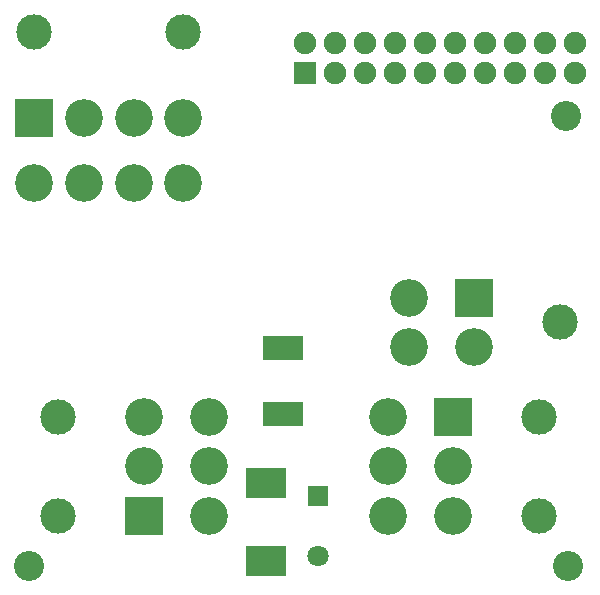
<source format=gbs>
G04 DipTrace 3.0.0.1*
G04 brushless-driver_lay.GBS*
%MOIN*%
G04 #@! TF.FileFunction,Soldermask,Bot*
G04 #@! TF.Part,Single*
%ADD32C,0.11811*%
%ADD35C,0.1004*%
%ADD36C,0.1181*%
%ADD43C,0.12611*%
%ADD53R,0.133984X0.078866*%
%ADD55C,0.074929*%
%ADD57R,0.074929X0.074929*%
%ADD59C,0.12611*%
%ADD61R,0.12611X0.12611*%
%ADD63R,0.137921X0.102488*%
%ADD67R,0.070992X0.070992*%
%ADD69C,0.070992*%
%FSLAX26Y26*%
G04*
G70*
G90*
G75*
G01*
G04 BotMask*
%LPD*%
D69*
X1444110Y512762D3*
D67*
Y712762D3*
D63*
X1269092Y756538D3*
Y496696D3*
D61*
X1962915Y1375353D3*
D59*
X862799Y812794D3*
D57*
X1400361Y2125432D3*
D55*
Y2225432D3*
X1500361Y2125432D3*
Y2225432D3*
X1600361Y2125432D3*
Y2225432D3*
X1700361Y2125432D3*
Y2225432D3*
X1800361Y2125432D3*
Y2225432D3*
X1900361Y2125432D3*
Y2225432D3*
X2000361Y2125432D3*
Y2225432D3*
X2100361Y2125432D3*
Y2225432D3*
X2200361Y2125432D3*
Y2225432D3*
X2300361Y2125432D3*
Y2225432D3*
D59*
X1894157Y812794D3*
D53*
X1325348Y987812D3*
Y1208285D3*
D35*
X2269197Y1981667D3*
X2275448Y481509D3*
X481509D3*
D43*
X994063Y1756643D3*
X663354Y1973178D3*
X828709D3*
X994063D3*
X498000Y1756643D3*
X663354D3*
X828709D3*
D61*
X498000Y1973178D3*
D32*
Y2260580D3*
X994063D3*
D59*
X1962915Y1209999D3*
X1746379D3*
Y1375353D3*
D36*
X2250647Y1292676D3*
D59*
X1894157Y647440D3*
X1677622Y978148D3*
Y647440D3*
Y812794D3*
D61*
X1894157Y978148D3*
D32*
X2181559D3*
Y647440D3*
D59*
X862799Y978148D3*
X1079335Y647440D3*
Y978148D3*
Y812794D3*
D61*
X862799Y647440D3*
D32*
X575398D3*
Y978148D3*
M02*

</source>
